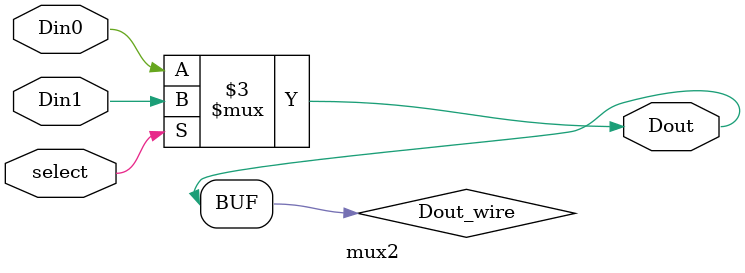
<source format=sv>
module mux2 (input Din0, Din1,select,
				 output Dout);
				 
logic Dout_wire;
assign Dout = Dout_wire;
always @ (Din0 or Din1 or select)		// inputs to mux
begin
	case(select)								// select truth table
	1'b0		:Dout_wire = Din0; 
	default  	:Dout_wire = Din1; 
	endcase
end
endmodule 
</source>
